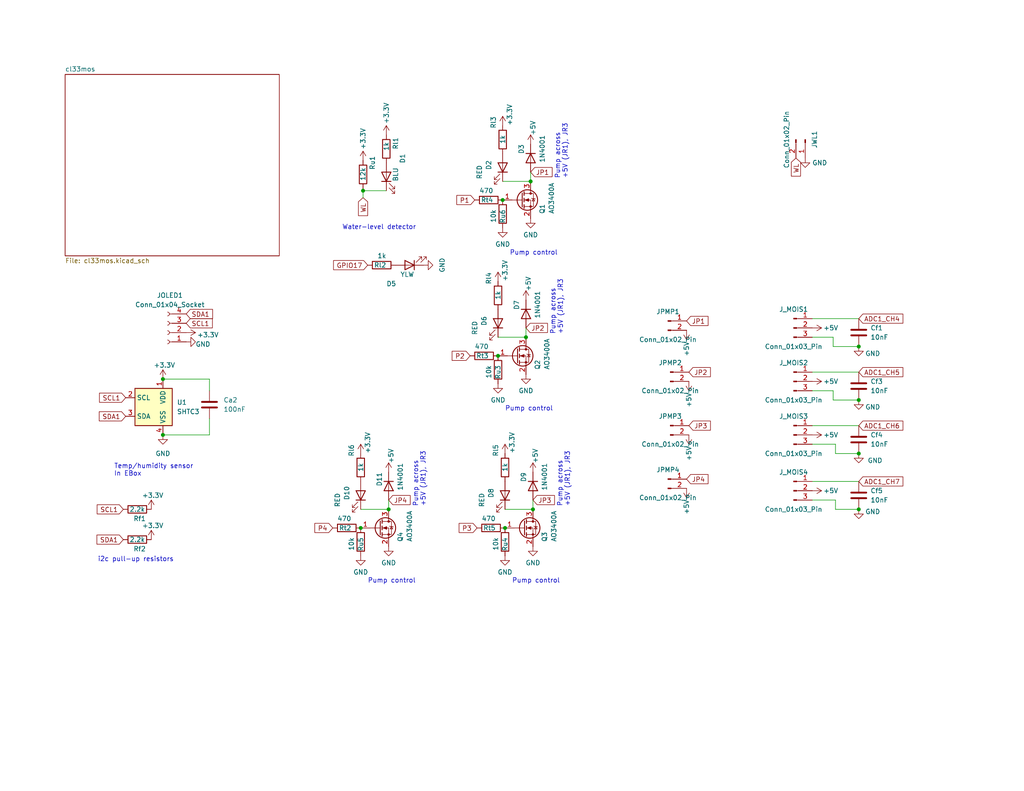
<source format=kicad_sch>
(kicad_sch (version 20231120) (generator "eeschema") (generator_version "8.0")
  (paper "USLetter")
  (lib_symbols
    (symbol "Connector:Conn_01x02_Pin" (pin_names (offset 1.016) hide)
      (property "Reference" "J" (at 0 2.54 0))
      (property "Value" "Conn_01x02_Pin" (at 0 -5.08 0))
      (symbol "Conn_01x02_Pin_1_1"
        (polyline (pts (xy 1.27 -2.54) (xy 0.8636 -2.54)) (stroke (width 0.1524)))
        (polyline (pts (xy 1.27 0) (xy 0.8636 0)) (stroke (width 0.1524)))
        (rectangle (start 0.8636 -2.413) (end 0 -2.667) (stroke (width 0.1524)) (fill (type outline)))
        (rectangle (start 0.8636 0.127) (end 0 -0.127) (stroke (width 0.1524)) (fill (type outline)))
        (pin passive line (at 5.08 0 180) (length 3.81) (name "Pin_1") (number "1"))
        (pin passive line (at 5.08 -2.54 180) (length 3.81) (name "Pin_2") (number "2"))
      )
    )
    (symbol "Connector:Conn_01x03_Pin" (pin_names (offset 1.016) hide)
      (property "Reference" "J" (at 0 5.08 0))
      (property "Value" "Conn_01x03_Pin" (at 0 -5.08 0))
      (symbol "Conn_01x03_Pin_1_1"
        (polyline (pts (xy 1.27 -2.54) (xy 0.8636 -2.54)) (stroke (width 0.1524)))
        (polyline (pts (xy 1.27 0) (xy 0.8636 0)) (stroke (width 0.1524)))
        (polyline (pts (xy 1.27 2.54) (xy 0.8636 2.54)) (stroke (width 0.1524)))
        (rectangle (start 0.8636 -2.413) (end 0 -2.667) (stroke (width 0.1524)) (fill (type outline)))
        (rectangle (start 0.8636 0.127) (end 0 -0.127) (stroke (width 0.1524)) (fill (type outline)))
        (rectangle (start 0.8636 2.667) (end 0 2.413) (stroke (width 0.1524)) (fill (type outline)))
        (pin passive line (at 5.08 2.54 180) (length 3.81) (name "Pin_1") (number "1"))
        (pin passive line (at 5.08 0 180) (length 3.81) (name "Pin_2") (number "2"))
        (pin passive line (at 5.08 -2.54 180) (length 3.81) (name "Pin_3") (number "3"))
      )
    )
    (symbol "Connector:Conn_01x04_Socket" (pin_names (offset 1.016) hide)
      (property "Reference" "J" (at 0 5.08 0))
      (property "Value" "Conn_01x04_Socket" (at 0 -7.62 0))
      (symbol "Conn_01x04_Socket_1_1"
        (arc (start 0 -4.572) (mid -0.5058 -5.08) (end 0 -5.588) (stroke (width 0.1524)))
        (arc (start 0 -2.032) (mid -0.5058 -2.54) (end 0 -3.048) (stroke (width 0.1524)))
        (polyline (pts (xy -1.27 -5.08) (xy -0.508 -5.08)) (stroke (width 0.1524)))
        (polyline (pts (xy -1.27 -2.54) (xy -0.508 -2.54)) (stroke (width 0.1524)))
        (polyline (pts (xy -1.27 0) (xy -0.508 0)) (stroke (width 0.1524)))
        (polyline (pts (xy -1.27 2.54) (xy -0.508 2.54)) (stroke (width 0.1524)))
        (arc (start 0 0.508) (mid -0.5058 0) (end 0 -0.508) (stroke (width 0.1524)))
        (arc (start 0 3.048) (mid -0.5058 2.54) (end 0 2.032) (stroke (width 0.1524)))
        (pin passive line (at -5.08 2.54 0) (length 3.81) (name "Pin_1") (number "1"))
        (pin passive line (at -5.08 0 0) (length 3.81) (name "Pin_2") (number "2"))
        (pin passive line (at -5.08 -2.54 0) (length 3.81) (name "Pin_3") (number "3"))
        (pin passive line (at -5.08 -5.08 0) (length 3.81) (name "Pin_4") (number "4"))
      )
    )
    (symbol "Device:C" (pin_numbers hide) (pin_names (offset 0.254))
      (property "Reference" "C" (at 0.635 2.54 0))
      (property "Value" "C" (at 0.635 -2.54 0))
      (symbol "C_0_1"
        (polyline (pts (xy -2.032 -0.762) (xy 2.032 -0.762)) (stroke (width 0.508)))
        (polyline (pts (xy -2.032 0.762) (xy 2.032 0.762)) (stroke (width 0.508)))
      )
      (symbol "C_1_1"
        (pin passive line (at 0 3.81 270) (length 2.794) (name "~") (number "1"))
        (pin passive line (at 0 -3.81 90) (length 2.794) (name "~") (number "2"))
      )
    )
    (symbol "Device:LED" (pin_numbers hide) (pin_names (offset 1.016) hide)
      (property "Reference" "D" (at 0 2.54 0))
      (property "Value" "LED" (at 0 -2.54 0))
      (symbol "LED_0_1"
        (polyline (pts (xy -1.27 -1.27) (xy -1.27 1.27)) (stroke (width 0.254)))
        (polyline (pts (xy -1.27 0) (xy 1.27 0)))
        (polyline (pts (xy 1.27 -1.27) (xy 1.27 1.27) (xy -1.27 0) (xy 1.27 -1.27)) (stroke (width 0.254)))
        (polyline (pts (xy -3.048 -0.762) (xy -4.572 -2.286) (xy -3.81 -2.286) (xy -4.572 -2.286) (xy -4.572 -1.524)))
        (polyline (pts (xy -1.778 -0.762) (xy -3.302 -2.286) (xy -2.54 -2.286) (xy -3.302 -2.286) (xy -3.302 -1.524)))
      )
      (symbol "LED_1_1"
        (pin passive line (at -3.81 0 0) (length 2.54) (name "K") (number "1"))
        (pin passive line (at 3.81 0 180) (length 2.54) (name "A") (number "2"))
      )
    )
    (symbol "Device:R" (pin_numbers hide) (pin_names (offset 0))
      (property "Reference" "R" (at 2.032 0 90))
      (property "Value" "R" (at 0 0 90))
      (symbol "R_0_1"
        (rectangle (start -1.016 -2.54) (end 1.016 2.54) (stroke (width 0.254)))
      )
      (symbol "R_1_1"
        (pin passive line (at 0 3.81 270) (length 1.27) (name "~") (number "1"))
        (pin passive line (at 0 -3.81 90) (length 1.27) (name "~") (number "2"))
      )
    )
    (symbol "Diode:1N4001" (pin_numbers hide) (pin_names hide)
      (property "Reference" "D" (at 0 2.54 0))
      (property "Value" "1N4001" (at 0 -2.54 0))
      (symbol "1N4001_0_1"
        (polyline (pts (xy -1.27 1.27) (xy -1.27 -1.27)) (stroke (width 0.254)))
        (polyline (pts (xy 1.27 0) (xy -1.27 0)))
        (polyline (pts (xy 1.27 1.27) (xy 1.27 -1.27) (xy -1.27 0) (xy 1.27 1.27)) (stroke (width 0.254)))
      )
      (symbol "1N4001_1_1"
        (pin passive line (at -3.81 0 0) (length 2.54) (name "K") (number "1"))
        (pin passive line (at 3.81 0 180) (length 2.54) (name "A") (number "2"))
      )
    )
    (symbol "Sensor_Humidity:SHTC3"
      (property "Reference" "U" (at -3.81 6.35 0))
      (property "Value" "SHTC3" (at -2.54 -6.35 0))
      (symbol "SHTC3_1_1"
        (rectangle (start -5.08 5.08) (end 5.08 -5.08) (stroke (width 0.254)) (fill (type background)))
        (pin power_in line (at 2.54 7.62 270) (length 2.54) (name "VDD") (number "1"))
        (pin input line (at -7.62 2.54 0) (length 2.54) (name "SCL") (number "2"))
        (pin bidirectional line (at -7.62 -2.54 0) (length 2.54) (name "SDA") (number "3"))
        (pin power_in line (at 2.54 -7.62 90) (length 2.54) (name "VSS") (number "4"))
        (pin no_connect line (at 5.08 0 180) (length 2.54) hide (name "NC") (number "5"))
      )
    )
    (symbol "Transistor_FET:AO3400A" (pin_names hide)
      (property "Reference" "Q" (at 5.08 1.905 0))
      (property "Value" "AO3400A" (at 5.08 0 0))
      (symbol "AO3400A_0_1"
        (polyline (pts (xy 0.254 0) (xy -2.54 0)))
        (polyline (pts (xy 0.254 1.905) (xy 0.254 -1.905)) (stroke (width 0.254)))
        (polyline (pts (xy 0.762 -1.27) (xy 0.762 -2.286)) (stroke (width 0.254)))
        (polyline (pts (xy 0.762 0.508) (xy 0.762 -0.508)) (stroke (width 0.254)))
        (polyline (pts (xy 0.762 2.286) (xy 0.762 1.27)) (stroke (width 0.254)))
        (polyline (pts (xy 2.54 2.54) (xy 2.54 1.778)))
        (polyline (pts (xy 2.54 -2.54) (xy 2.54 0) (xy 0.762 0)))
        (polyline (pts (xy 0.762 -1.778) (xy 3.302 -1.778) (xy 3.302 1.778) (xy 0.762 1.778)))
        (polyline (pts (xy 1.016 0) (xy 2.032 0.381) (xy 2.032 -0.381) (xy 1.016 0)) (fill (type outline)))
        (polyline (pts (xy 2.794 0.508) (xy 2.921 0.381) (xy 3.683 0.381) (xy 3.81 0.254)))
        (polyline (pts (xy 3.302 0.381) (xy 2.921 -0.254) (xy 3.683 -0.254) (xy 3.302 0.381)))
        (circle (center 1.651 0) (radius 2.794) (stroke (width 0.254)))
        (circle (center 2.54 -1.778) (radius 0.254) (fill (type outline)))
        (circle (center 2.54 1.778) (radius 0.254) (fill (type outline)))
      )
      (symbol "AO3400A_1_1"
        (pin input line (at -5.08 0 0) (length 2.54) (name "G") (number "1"))
        (pin passive line (at 2.54 -5.08 90) (length 2.54) (name "S") (number "2"))
        (pin passive line (at 2.54 5.08 270) (length 2.54) (name "D") (number "3"))
      )
    )
    (symbol "power:+3.3V" (power) (pin_names (offset 0))
      (property "Value" "+3.3V" (at 0 3.556 0))
      (symbol "+3.3V_0_1"
        (polyline (pts (xy -0.762 1.27) (xy 0 2.54)))
        (polyline (pts (xy 0 0) (xy 0 2.54)))
        (polyline (pts (xy 0 2.54) (xy 0.762 1.27)))
      )
      (symbol "+3.3V_1_1"
        (pin power_in line (at 0 0 90) (length 0) hide (name "+3.3V") (number "1"))
      )
    )
    (symbol "power:+5V" (power) (pin_names (offset 0))
      (property "Value" "+5V" (at 0 3.556 0))
      (symbol "+5V_0_1"
        (polyline (pts (xy -0.762 1.27) (xy 0 2.54)))
        (polyline (pts (xy 0 0) (xy 0 2.54)))
        (polyline (pts (xy 0 2.54) (xy 0.762 1.27)))
      )
      (symbol "+5V_1_1"
        (pin power_in line (at 0 0 90) (length 0) hide (name "+5V") (number "1"))
      )
    )
    (symbol "power:GND" (power) (pin_names (offset 0))
      (property "Value" "GND" (at 0 -3.81 0))
      (symbol "GND_0_1"
        (polyline (pts (xy 0 0) (xy 0 -1.27) (xy 1.27 -1.27) (xy 0 -2.54) (xy -1.27 -1.27) (xy 0 -1.27)))
      )
      (symbol "GND_1_1"
        (pin power_in line (at 0 0 270) (length 0) hide (name "GND") (number "1"))
      )
    )
  )
  (junction (at 234.315 94.615))
  (junction (at 137.16 54.61))
  (junction (at 135.89 97.155))
  (junction (at 98.425 144.145))
  (junction (at 143.51 92.075))
  (junction (at 44.45 103.505))
  (junction (at 99.06 52.07))
  (junction (at 144.78 49.53))
  (junction (at 145.415 139.065))
  (junction (at 234.315 109.22))
  (junction (at 234.315 123.825))
  (junction (at 234.315 139.065))
  (junction (at 137.795 144.145))
  (junction (at 44.45 118.745))
  (junction (at 106.045 139.065))
  (wire (pts (xy 143.51 89.535) (xy 143.51 92.075)))
  (wire (pts (xy 221.615 101.6) (xy 234.315 101.6)))
  (wire (pts (xy 221.615 136.525) (xy 227.965 136.525)))
  (wire (pts (xy 57.15 114.3) (xy 57.15 118.745)))
  (wire (pts (xy 137.16 49.53) (xy 144.78 49.53)))
  (wire (pts (xy 227.33 94.615) (xy 234.315 94.615)))
  (wire (pts (xy 227.33 92.075) (xy 227.33 94.615)))
  (wire (pts (xy 144.78 49.53) (xy 144.78 50.165)))
  (wire (pts (xy 221.615 116.205) (xy 234.315 116.205)))
  (wire (pts (xy 98.425 139.065) (xy 106.045 139.065)))
  (wire (pts (xy 106.045 139.065) (xy 106.045 139.7)))
  (wire (pts (xy 57.15 103.505) (xy 44.45 103.505)))
  (wire (pts (xy 99.06 51.435) (xy 99.06 52.07)))
  (wire (pts (xy 57.15 118.745) (xy 44.45 118.745)))
  (wire (pts (xy 99.06 52.07) (xy 99.06 53.975)))
  (wire (pts (xy 227.965 123.825) (xy 234.315 123.825)))
  (wire (pts (xy 227.965 121.285) (xy 227.965 123.825)))
  (wire (pts (xy 227.965 139.065) (xy 234.315 139.065)))
  (wire (pts (xy 144.78 46.99) (xy 144.78 49.53)))
  (wire (pts (xy 57.15 106.68) (xy 57.15 103.505)))
  (wire (pts (xy 145.415 139.065) (xy 145.415 139.7)))
  (wire (pts (xy 143.51 92.075) (xy 143.51 92.71)))
  (wire (pts (xy 137.795 139.065) (xy 145.415 139.065)))
  (wire (pts (xy 135.89 92.075) (xy 143.51 92.075)))
  (wire (pts (xy 221.615 131.445) (xy 234.315 131.445)))
  (wire (pts (xy 221.615 121.285) (xy 227.965 121.285)))
  (wire (pts (xy 234.315 86.995) (xy 221.615 86.995)))
  (wire (pts (xy 106.045 136.525) (xy 106.045 139.065)))
  (wire (pts (xy 99.06 52.07) (xy 105.41 52.07)))
  (wire (pts (xy 227.965 136.525) (xy 227.965 139.065)))
  (wire (pts (xy 221.615 92.075) (xy 227.33 92.075)))
  (wire (pts (xy 221.615 106.68) (xy 227.33 106.68)))
  (wire (pts (xy 227.33 109.22) (xy 234.315 109.22)))
  (wire (pts (xy 145.415 136.525) (xy 145.415 139.065)))
  (wire (pts (xy 227.33 106.68) (xy 227.33 109.22)))
  (text "i2c pull-up resistors\n	" (at 26.67 155.575 0) (effects (font (size 1.27 1.27)) (justify left bottom)))
  (text "Pump control" (at 137.795 112.395 0) (effects (font (size 1.27 1.27)) (justify left bottom)))
  (text "Pump across\n+5V (JR1), JR3" (at 155.575 138.43 90) (effects (font (size 1.27 1.27)) (justify left bottom)))
  (text "Water-level detector" (at 93.345 62.865 0) (effects (font (size 1.27 1.27)) (justify left bottom)))
  (text "Pump across\n+5V (JR1), JR3" (at 116.205 138.43 90) (effects (font (size 1.27 1.27)) (justify left bottom)))
  (text "Pump control" (at 139.065 69.85 0) (effects (font (size 1.27 1.27)) (justify left bottom)))
  (text "Pump across\n+5V (JR1), JR3" (at 154.94 48.895 90) (effects (font (size 1.27 1.27)) (justify left bottom)))
  (text "Temp/humidity sensor\nIn EBox" (at 31.115 130.175 0) (effects (font (size 1.27 1.27)) (justify left bottom)))
  (text "Pump across\n+5V (JR1), JR3" (at 153.67 91.44 90) (effects (font (size 1.27 1.27)) (justify left bottom)))
  (text "Pump control" (at 100.33 159.385 0) (effects (font (size 1.27 1.27)) (justify left bottom)))
  (text "Pump control" (at 139.7 159.385 0) (effects (font (size 1.27 1.27)) (justify left bottom)))
  (global_label "JP4" (shape input) (at 187.325 130.81 0) (property "Intersheetrefs" "${INTERSHEET_REFS}" (effects (hide yes))))
  (global_label "JP1" (shape input) (at 187.325 87.63 0) (property "Intersheetrefs" "${INTERSHEET_REFS}" (effects (hide yes))))
  (global_label "JP4" (shape input) (at 106.045 136.525 0) (property "Intersheetrefs" "${INTERSHEET_REFS}" (effects (hide yes))))
  (global_label "GPIO17" (shape input) (at 100.33 72.39 180) (property "Intersheetrefs" "${INTERSHEET_REFS}" (effects (hide yes))))
  (global_label "JP3" (shape input) (at 145.415 136.525 0) (property "Intersheetrefs" "${INTERSHEET_REFS}" (effects (hide yes))))
  (global_label "P1" (shape input) (at 129.54 54.61 180) (property "Intersheetrefs" "${INTERSHEET_REFS}" (effects (hide yes))))
  (global_label "SDA1" (shape input) (at 34.29 113.665 180) (property "Intersheetrefs" "${INTERSHEET_REFS}" (effects (hide yes))))
  (global_label "JP1" (shape input) (at 144.78 46.99 0) (property "Intersheetrefs" "${INTERSHEET_REFS}" (effects (hide yes))))
  (global_label "SDA1" (shape input) (at 50.8 85.725 0) (property "Intersheetrefs" "${INTERSHEET_REFS}" (effects (hide yes))))
  (global_label "JP3" (shape input) (at 187.96 116.205 0) (property "Intersheetrefs" "${INTERSHEET_REFS}" (effects (hide yes))))
  (global_label "ADC1_CH4" (shape input) (at 234.315 86.995 0) (property "Intersheetrefs" "${INTERSHEET_REFS}" (effects (hide yes))))
  (global_label "P2" (shape input) (at 128.27 97.155 180) (property "Intersheetrefs" "${INTERSHEET_REFS}" (effects (hide yes))))
  (global_label "JP2" (shape input) (at 187.96 101.6 0) (property "Intersheetrefs" "${INTERSHEET_REFS}" (effects (hide yes))))
  (global_label "P4" (shape input) (at 90.805 144.145 180) (property "Intersheetrefs" "${INTERSHEET_REFS}" (effects (hide yes))))
  (global_label "WL" (shape input) (at 217.17 43.18 270) (property "Intersheetrefs" "${INTERSHEET_REFS}" (effects (hide yes))))
  (global_label "SCL1" (shape input) (at 50.8 88.265 0) (property "Intersheetrefs" "${INTERSHEET_REFS}" (effects (hide yes))))
  (global_label "P3" (shape input) (at 130.175 144.145 180) (property "Intersheetrefs" "${INTERSHEET_REFS}" (effects (hide yes))))
  (global_label "SCL1" (shape input) (at 33.655 139.065 180) (property "Intersheetrefs" "${INTERSHEET_REFS}" (effects (hide yes))))
  (global_label "SDA1" (shape input) (at 33.655 147.32 180) (property "Intersheetrefs" "${INTERSHEET_REFS}" (effects (hide yes))))
  (global_label "WL" (shape input) (at 99.06 53.975 270) (property "Intersheetrefs" "${INTERSHEET_REFS}" (effects (hide yes))))
  (global_label "ADC1_CH5" (shape input) (at 234.315 101.6 0) (property "Intersheetrefs" "${INTERSHEET_REFS}" (effects (hide yes))))
  (global_label "ADC1_CH6" (shape input) (at 234.315 116.205 0) (property "Intersheetrefs" "${INTERSHEET_REFS}" (effects (hide yes))))
  (global_label "ADC1_CH7" (shape input) (at 234.315 131.445 0) (property "Intersheetrefs" "${INTERSHEET_REFS}" (effects (hide yes))))
  (global_label "SCL1" (shape input) (at 34.29 108.585 180) (property "Intersheetrefs" "${INTERSHEET_REFS}" (effects (hide yes))))
  (global_label "JP2" (shape input) (at 143.51 89.535 0) (property "Intersheetrefs" "${INTERSHEET_REFS}" (effects (hide yes))))
  (symbol (lib_id "Device:R") (at 137.795 127.635 180) (unit 1)
    (property "Reference" "Rl5" (at 135.255 121.285 90) (effects (justify left)))
    (property "Value" "1k" (at 137.795 126.365 90) (effects (justify left)))
    (property "Footprint" "Resistor_SMD:R_0603_1608Metric" (effects (hide yes)))
  )
  (symbol (lib_id "power:GND") (at 106.045 149.225 0) (mirror y) (unit 1)
    (property "Reference" "#PWR020" (effects (hide yes)))
    (property "Value" "GND" (at 106.045 153.67 0))
  )
  (symbol (lib_id "power:GND") (at 115.57 72.39 90) (unit 1)
    (property "Reference" "#PWR0115" (effects (hide yes)))
    (property "Value" "GND" (at 120.65 72.39 0))
  )
  (symbol (lib_id "power:GND") (at 219.71 43.18 0) (unit 1)
    (property "Reference" "#PWR0111" (effects (hide yes)))
    (property "Value" "GND" (at 221.615 44.4499 0) (effects (justify left)))
  )
  (symbol (lib_id "Connector:Conn_01x02_Pin") (at 182.88 116.205 0) (unit 1)
    (property "Reference" "JPMP3" (at 182.88 113.665 0))
    (property "Value" "Conn_01x02_Pin" (at 182.88 121.285 0))
    (property "Footprint" "Connector_JST:JST_XH_B2B-XH-A_1x02_P2.50mm_Vertical" (effects (hide yes)))
  )
  (symbol (lib_id "Device:LED") (at 105.41 48.26 90) (unit 1)
    (property "Reference" "D1" (at 109.855 41.91 0) (effects (justify right)))
    (property "Value" "BLU" (at 107.95 45.72 0) (effects (justify right)))
    (property "Footprint" "LED_SMD:LED_0603_1608Metric" (effects (hide yes)))
  )
  (symbol (lib_id "Diode:1N4001") (at 145.415 132.715 270) (unit 1)
    (property "Reference" "D9" (at 142.875 128.905 0) (effects (justify left)))
    (property "Value" "1N4001" (at 148.59 126.365 0) (effects (justify left)))
    (property "Footprint" "Diode_SMD:D_SMA" (effects (hide yes)))
    (property "Datasheet" "http://www.vishay.com/docs/88503/1n4001.pdf" (effects (hide yes)))
    (property "Sim.Device" "D" (effects (hide yes)))
    (property "Sim.Pins" "1=K 2=A" (effects (hide yes)))
  )
  (symbol (lib_id "power:+3.3V") (at 105.41 36.83 0) (unit 1)
    (property "Reference" "#PWR0105" (effects (hide yes)))
    (property "Value" "+3.3V" (at 105.41 27.94 90) (effects (justify right)))
  )
  (symbol (lib_id "Device:C") (at 234.315 135.255 180) (unit 1)
    (property "Reference" "Cf5" (at 237.49 133.985 0) (effects (justify right)))
    (property "Value" "10nF" (at 237.49 136.525 0) (effects (justify right)))
    (property "Footprint" "Capacitor_SMD:C_0603_1608Metric_Pad1.08x0.95mm_HandSolder" (effects (hide yes)))
  )
  (symbol (lib_id "power:+3.3V") (at 99.06 43.815 0) (unit 1)
    (property "Reference" "#PWR0106" (effects (hide yes)))
    (property "Value" "+3.3V" (at 99.06 34.925 90) (effects (justify right)))
  )
  (symbol (lib_id "Diode:1N4001") (at 144.78 43.18 270) (unit 1)
    (property "Reference" "D3" (at 142.24 39.37 0) (effects (justify left)))
    (property "Value" "1N4001" (at 147.955 36.83 0) (effects (justify left)))
    (property "Footprint" "Diode_SMD:D_SMA" (effects (hide yes)))
    (property "Datasheet" "http://www.vishay.com/docs/88503/1n4001.pdf" (effects (hide yes)))
    (property "Sim.Device" "D" (effects (hide yes)))
    (property "Sim.Pins" "1=K 2=A" (effects (hide yes)))
  )
  (symbol (lib_id "power:+3.3V") (at 135.89 76.835 0) (unit 1)
    (property "Reference" "#PWR012" (effects (hide yes)))
    (property "Value" "+3.3V" (at 137.795 76.835 90) (effects (justify left)))
  )
  (symbol (lib_id "power:+5V") (at 187.96 118.745 180) (unit 1)
    (property "Reference" "#PWR010" (effects (hide yes)))
    (property "Value" "+5V" (at 187.96 123.825 90))
  )
  (symbol (lib_id "Device:R") (at 137.795 147.955 180) (unit 1)
    (property "Reference" "Ru4" (at 137.795 146.685 90) (effects (justify left)))
    (property "Value" "10k" (at 135.255 146.6851 90) (effects (justify left)))
    (property "Footprint" "Resistor_SMD:R_0603_1608Metric" (effects (hide yes)))
  )
  (symbol (lib_id "power:+3.3V") (at 41.275 139.065 0) (unit 1)
    (property "Reference" "#PWR01" (effects (hide yes)))
    (property "Value" "+3.3V" (at 38.735 135.255 0) (effects (justify left)))
  )
  (symbol (lib_id "power:GND") (at 135.89 104.775 0) (mirror y) (unit 1)
    (property "Reference" "#PWR022" (effects (hide yes)))
    (property "Value" "GND" (at 135.89 109.22 0))
  )
  (symbol (lib_id "power:GND") (at 234.315 139.065 0) (unit 1)
    (property "Reference" "#PWR08" (effects (hide yes)))
    (property "Value" "GND" (at 238.125 139.7 0))
  )
  (symbol (lib_id "Connector:Conn_01x02_Pin") (at 182.245 87.63 0) (unit 1)
    (property "Reference" "JPMP1" (at 182.245 85.09 0))
    (property "Value" "Conn_01x02_Pin" (at 182.245 92.71 0))
    (property "Footprint" "Connector_JST:JST_XH_B2B-XH-A_1x02_P2.50mm_Vertical" (effects (hide yes)))
  )
  (symbol (lib_id "power:+5V") (at 221.615 89.535 270) (unit 1)
    (property "Reference" "#PWR0108" (effects (hide yes)))
    (property "Value" "+5V" (at 226.695 89.535 90))
  )
  (symbol (lib_id "Connector:Conn_01x04_Socket") (at 45.72 90.805 180) (unit 1)
    (property "Reference" "JOLED1" (at 46.355 80.645 0))
    (property "Value" "Conn_01x04_Socket" (at 46.355 83.185 0))
    (property "Footprint" "Connector_PinSocket_2.54mm:PinSocket_1x04_P2.54mm_Vertical" (effects (hide yes)))
  )
  (symbol (lib_id "Device:LED") (at 135.89 88.265 270) (mirror x) (unit 1)
    (property "Reference" "D6" (at 132.08 87.63 0))
    (property "Value" "RED" (at 129.54 89.535 0))
    (property "Footprint" "LED_SMD:LED_0603_1608Metric" (effects (hide yes)))
  )
  (symbol (lib_id "Transistor_FET:AO3400A") (at 103.505 144.145 0) (unit 1)
    (property "Reference" "Q4" (at 109.22 147.955 90) (effects (justify left)))
    (property "Value" "AO3400A" (at 111.76 147.955 90) (effects (justify left)))
    (property "Footprint" "Package_TO_SOT_SMD:SOT-23" (effects (hide yes)))
    (property "Datasheet" "http://www.aosmd.com/pdfs/datasheet/AO3400A.pdf" (effects (hide yes)))
  )
  (symbol (lib_id "Device:C") (at 234.315 120.015 180) (unit 1)
    (property "Reference" "Cf4" (at 237.49 118.745 0) (effects (justify right)))
    (property "Value" "10nF" (at 237.49 121.285 0) (effects (justify right)))
    (property "Footprint" "Capacitor_SMD:C_0603_1608Metric_Pad1.08x0.95mm_HandSolder" (effects (hide yes)))
  )
  (symbol (lib_id "power:GND") (at 144.78 59.69 0) (mirror y) (unit 1)
    (property "Reference" "#PWR0114" (effects (hide yes)))
    (property "Value" "GND" (at 144.78 64.135 0))
  )
  (symbol (lib_id "Diode:1N4001") (at 106.045 132.715 270) (unit 1)
    (property "Reference" "D11" (at 103.505 128.905 0) (effects (justify left)))
    (property "Value" "1N4001" (at 109.22 126.365 0) (effects (justify left)))
    (property "Footprint" "Diode_SMD:D_SMA" (effects (hide yes)))
    (property "Datasheet" "http://www.vishay.com/docs/88503/1n4001.pdf" (effects (hide yes)))
    (property "Sim.Device" "D" (effects (hide yes)))
    (property "Sim.Pins" "1=K 2=A" (effects (hide yes)))
  )
  (symbol (lib_id "Transistor_FET:AO3400A") (at 142.24 54.61 0) (unit 1)
    (property "Reference" "Q1" (at 147.955 58.42 90) (effects (justify left)))
    (property "Value" "AO3400A" (at 150.495 58.42 90) (effects (justify left)))
    (property "Footprint" "Package_TO_SOT_SMD:SOT-23" (effects (hide yes)))
    (property "Datasheet" "http://www.aosmd.com/pdfs/datasheet/AO3400A.pdf" (effects (hide yes)))
  )
  (symbol (lib_id "Diode:1N4001") (at 143.51 85.725 270) (unit 1)
    (property "Reference" "D7" (at 140.97 81.915 0) (effects (justify left)))
    (property "Value" "1N4001" (at 146.685 79.375 0) (effects (justify left)))
    (property "Footprint" "Diode_SMD:D_SMA" (effects (hide yes)))
    (property "Datasheet" "http://www.vishay.com/docs/88503/1n4001.pdf" (effects (hide yes)))
    (property "Sim.Device" "D" (effects (hide yes)))
    (property "Sim.Pins" "1=K 2=A" (effects (hide yes)))
  )
  (symbol (lib_id "Device:R") (at 98.425 127.635 180) (unit 1)
    (property "Reference" "Rl6" (at 95.885 121.285 90) (effects (justify left)))
    (property "Value" "1k" (at 98.425 126.365 90) (effects (justify left)))
    (property "Footprint" "Resistor_SMD:R_0603_1608Metric" (effects (hide yes)))
  )
  (symbol (lib_id "power:GND") (at 44.45 118.745 0) (unit 1)
    (property "Reference" "#PWR0104" (effects (hide yes)))
    (property "Value" "GND" (at 44.45 123.825 0))
  )
  (symbol (lib_id "Device:R") (at 135.89 100.965 180) (unit 1)
    (property "Reference" "Ru3" (at 135.89 99.695 90) (effects (justify left)))
    (property "Value" "10k" (at 133.35 99.6951 90) (effects (justify left)))
    (property "Footprint" "Resistor_SMD:R_0603_1608Metric" (effects (hide yes)))
  )
  (symbol (lib_id "Device:R") (at 94.615 144.145 90) (unit 1)
    (property "Reference" "Rt2" (at 95.885 144.145 90) (effects (justify left)))
    (property "Value" "470" (at 95.8849 141.605 90) (effects (justify left)))
    (property "Footprint" "Resistor_SMD:R_0603_1608Metric" (effects (hide yes)))
  )
  (symbol (lib_id "power:+5V") (at 106.045 128.905 0) (unit 1)
    (property "Reference" "#PWR019" (effects (hide yes)))
    (property "Value" "+5V" (at 106.68 124.46 90))
  )
  (symbol (lib_id "power:+5V") (at 221.615 133.985 270) (unit 1)
    (property "Reference" "#PWR07" (effects (hide yes)))
    (property "Value" "+5V" (at 226.695 133.985 90))
  )
  (symbol (lib_id "Connector:Conn_01x02_Pin") (at 219.71 38.1 270) (unit 1)
    (property "Reference" "JWL1" (at 222.25 38.1 0))
    (property "Value" "Conn_01x02_Pin" (at 214.63 38.1 0))
    (property "Footprint" "Connector_JST:JST_XH_B2B-XH-A_1x02_P2.50mm_Vertical" (effects (hide yes)))
  )
  (symbol (lib_id "Device:R") (at 133.35 54.61 90) (unit 1)
    (property "Reference" "Rt4" (at 134.62 54.61 90) (effects (justify left)))
    (property "Value" "470" (at 134.6199 52.07 90) (effects (justify left)))
    (property "Footprint" "Resistor_SMD:R_0603_1608Metric" (effects (hide yes)))
  )
  (symbol (lib_id "Device:R") (at 98.425 147.955 180) (unit 1)
    (property "Reference" "Ru5" (at 98.425 146.685 90) (effects (justify left)))
    (property "Value" "10k" (at 95.885 146.6851 90) (effects (justify left)))
    (property "Footprint" "Resistor_SMD:R_0603_1608Metric" (effects (hide yes)))
  )
  (symbol (lib_id "Connector:Conn_01x03_Pin") (at 216.535 104.14 0) (unit 1)
    (property "Reference" "J_MOIS2" (at 216.535 99.06 0))
    (property "Value" "Conn_01x03_Pin" (at 216.535 109.22 0))
    (property "Footprint" "Connector_JST:JST_XH_B3B-XH-A_1x03_P2.50mm_Vertical" (effects (hide yes)))
  )
  (symbol (lib_id "power:GND") (at 234.315 123.825 0) (unit 1)
    (property "Reference" "#PWR06" (effects (hide yes)))
    (property "Value" "GND" (at 238.76 125.73 0))
  )
  (symbol (lib_id "power:+5V") (at 144.78 39.37 0) (unit 1)
    (property "Reference" "#PWR0112" (effects (hide yes)))
    (property "Value" "+5V" (at 145.415 34.925 90))
  )
  (symbol (lib_id "power:+5V") (at 143.51 81.915 0) (unit 1)
    (property "Reference" "#PWR013" (effects (hide yes)))
    (property "Value" "+5V" (at 144.145 77.47 90))
  )
  (symbol (lib_id "Connector:Conn_01x03_Pin") (at 216.535 133.985 0) (unit 1)
    (property "Reference" "J_MOIS4" (at 216.535 128.905 0))
    (property "Value" "Conn_01x03_Pin" (at 216.535 139.065 0))
    (property "Footprint" "Connector_JST:JST_XH_B3B-XH-A_1x03_P2.50mm_Vertical" (effects (hide yes)))
  )
  (symbol (lib_id "Connector:Conn_01x02_Pin") (at 182.245 130.81 0) (unit 1)
    (property "Reference" "JPMP4" (at 182.245 128.27 0))
    (property "Value" "Conn_01x02_Pin" (at 182.245 135.89 0))
    (property "Footprint" "Connector_JST:JST_XH_B2B-XH-A_1x02_P2.50mm_Vertical" (effects (hide yes)))
  )
  (symbol (lib_id "Transistor_FET:AO3400A") (at 140.97 97.155 0) (unit 1)
    (property "Reference" "Q2" (at 146.685 100.965 90) (effects (justify left)))
    (property "Value" "AO3400A" (at 149.225 100.965 90) (effects (justify left)))
    (property "Footprint" "Package_TO_SOT_SMD:SOT-23" (effects (hide yes)))
    (property "Datasheet" "http://www.aosmd.com/pdfs/datasheet/AO3400A.pdf" (effects (hide yes)))
  )
  (symbol (lib_id "Device:C") (at 57.15 110.49 0) (unit 1)
    (property "Reference" "Ca2" (at 60.96 109.2199 0) (effects (justify left)))
    (property "Value" "100nF" (at 60.96 111.7599 0) (effects (justify left)))
    (property "Footprint" "Capacitor_SMD:C_0603_1608Metric" (effects (hide yes)))
  )
  (symbol (lib_id "Sensor_Humidity:SHTC3") (at 41.91 111.125 0) (unit 1)
    (property "Reference" "U1" (at 48.26 109.8549 0) (effects (justify left)))
    (property "Value" "SHTC3" (at 48.26 112.3949 0) (effects (justify left)))
    (property "Footprint" "Sensor_Humidity:Sensirion_DFN-4-1EP_2x2mm_P1mm_EP0.7x1.6mm" (effects (hide yes)))
    (property "Datasheet" "https://www.sensirion.com/fileadmin/user_upload/customers/sensirion/Dokumente/0_Datasheets/Humidity/Sensirion_Humidity_Sensors_SHTC3_Datasheet.pdf" (effects (hide yes)))
  )
  (symbol (lib_id "Device:LED") (at 137.16 45.72 270) (mirror x) (unit 1)
    (property "Reference" "D2" (at 133.35 45.085 0))
    (property "Value" "RED" (at 130.81 46.99 0))
    (property "Footprint" "LED_SMD:LED_0603_1608Metric" (effects (hide yes)))
  )
  (symbol (lib_id "power:+3.3V") (at 98.425 123.825 0) (unit 1)
    (property "Reference" "#PWR018" (effects (hide yes)))
    (property "Value" "+3.3V" (at 100.33 123.825 90) (effects (justify left)))
  )
  (symbol (lib_id "Connector:Conn_01x02_Pin") (at 182.88 101.6 0) (unit 1)
    (property "Reference" "JPMP2" (at 182.88 99.06 0))
    (property "Value" "Conn_01x02_Pin" (at 182.88 106.68 0))
    (property "Footprint" "Connector_JST:JST_XH_B2B-XH-A_1x02_P2.50mm_Vertical" (effects (hide yes)))
  )
  (symbol (lib_id "power:GND") (at 137.16 62.23 0) (mirror y) (unit 1)
    (property "Reference" "#PWR021" (effects (hide yes)))
    (property "Value" "GND" (at 137.16 66.675 0))
  )
  (symbol (lib_id "power:+5V") (at 221.615 118.745 270) (unit 1)
    (property "Reference" "#PWR05" (effects (hide yes)))
    (property "Value" "+5V" (at 226.695 118.745 90))
  )
  (symbol (lib_id "power:GND") (at 98.425 151.765 0) (mirror y) (unit 1)
    (property "Reference" "#PWR024" (effects (hide yes)))
    (property "Value" "GND" (at 98.425 156.21 0))
  )
  (symbol (lib_id "Device:C") (at 234.315 105.41 180) (unit 1)
    (property "Reference" "Cf3" (at 237.49 104.14 0) (effects (justify right)))
    (property "Value" "10nF" (at 237.49 106.68 0) (effects (justify right)))
    (property "Footprint" "Capacitor_SMD:C_0603_1608Metric_Pad1.08x0.95mm_HandSolder" (effects (hide yes)))
  )
  (symbol (lib_id "Device:R") (at 37.465 147.32 90) (unit 1)
    (property "Reference" "Rf2" (at 38.1 149.86 90))
    (property "Value" "2.2k" (at 37.465 147.32 90))
    (property "Footprint" "Resistor_SMD:R_0603_1608Metric" (effects (hide yes)))
  )
  (symbol (lib_id "Device:R") (at 99.06 47.625 180) (unit 1)
    (property "Reference" "Ru1" (at 101.6 42.545 90) (effects (justify left)))
    (property "Value" "12k" (at 99.06 45.72 90) (effects (justify left)))
    (property "Footprint" "Resistor_SMD:R_0603_1608Metric" (effects (hide yes)))
  )
  (symbol (lib_id "power:+5V") (at 221.615 104.14 270) (unit 1)
    (property "Reference" "#PWR03" (effects (hide yes)))
    (property "Value" "+5V" (at 226.695 104.14 90))
  )
  (symbol (lib_id "Device:LED") (at 98.425 135.255 270) (mirror x) (unit 1)
    (property "Reference" "D10" (at 94.615 134.62 0))
    (property "Value" "RED" (at 92.075 136.525 0))
    (property "Footprint" "LED_SMD:LED_0603_1608Metric" (effects (hide yes)))
  )
  (symbol (lib_id "Transistor_FET:AO3400A") (at 142.875 144.145 0) (unit 1)
    (property "Reference" "Q3" (at 148.59 147.955 90) (effects (justify left)))
    (property "Value" "AO3400A" (at 151.13 147.955 90) (effects (justify left)))
    (property "Footprint" "Package_TO_SOT_SMD:SOT-23" (effects (hide yes)))
    (property "Datasheet" "http://www.aosmd.com/pdfs/datasheet/AO3400A.pdf" (effects (hide yes)))
  )
  (symbol (lib_id "power:GND") (at 145.415 149.225 0) (mirror y) (unit 1)
    (property "Reference" "#PWR017" (effects (hide yes)))
    (property "Value" "GND" (at 145.415 153.67 0))
  )
  (symbol (lib_id "power:GND") (at 143.51 102.235 0) (mirror y) (unit 1)
    (property "Reference" "#PWR014" (effects (hide yes)))
    (property "Value" "GND" (at 143.51 106.68 0))
  )
  (symbol (lib_id "Device:R") (at 137.16 38.1 180) (unit 1)
    (property "Reference" "Rl3" (at 134.62 31.75 90) (effects (justify left)))
    (property "Value" "1k" (at 137.16 36.83 90) (effects (justify left)))
    (property "Footprint" "Resistor_SMD:R_0603_1608Metric" (effects (hide yes)))
  )
  (symbol (lib_id "Device:R") (at 105.41 40.64 180) (unit 1)
    (property "Reference" "Rl1" (at 107.95 37.465 90) (effects (justify left)))
    (property "Value" "1k" (at 105.41 38.735 90) (effects (justify left)))
    (property "Footprint" "Resistor_SMD:R_0603_1608Metric" (effects (hide yes)))
  )
  (symbol (lib_id "Device:R") (at 135.89 80.645 180) (unit 1)
    (property "Reference" "Rl4" (at 133.35 74.295 90) (effects (justify left)))
    (property "Value" "1k" (at 135.89 79.375 90) (effects (justify left)))
    (property "Footprint" "Resistor_SMD:R_0603_1608Metric" (effects (hide yes)))
  )
  (symbol (lib_id "power:GND") (at 50.8 93.345 90) (unit 1)
    (property "Reference" "#PWR0103" (effects (hide yes)))
    (property "Value" "GND" (at 53.34 93.98 90) (effects (justify right)))
  )
  (symbol (lib_id "Device:R") (at 132.08 97.155 90) (unit 1)
    (property "Reference" "Rt3" (at 133.35 97.155 90) (effects (justify left)))
    (property "Value" "470" (at 133.3499 94.615 90) (effects (justify left)))
    (property "Footprint" "Resistor_SMD:R_0603_1608Metric" (effects (hide yes)))
  )
  (symbol (lib_id "power:+5V") (at 187.325 133.35 180) (unit 1)
    (property "Reference" "#PWR011" (effects (hide yes)))
    (property "Value" "+5V" (at 187.325 138.43 90))
  )
  (symbol (lib_id "Device:R") (at 133.985 144.145 90) (unit 1)
    (property "Reference" "Rt5" (at 135.255 144.145 90) (effects (justify left)))
    (property "Value" "470" (at 135.2549 141.605 90) (effects (justify left)))
    (property "Footprint" "Resistor_SMD:R_0603_1608Metric" (effects (hide yes)))
  )
  (symbol (lib_id "Device:C") (at 234.315 90.805 180) (unit 1)
    (property "Reference" "Cf1" (at 237.49 89.535 0) (effects (justify right)))
    (property "Value" "10nF" (at 237.49 92.075 0) (effects (justify right)))
    (property "Footprint" "Capacitor_SMD:C_0603_1608Metric_Pad1.08x0.95mm_HandSolder" (effects (hide yes)))
  )
  (symbol (lib_id "Device:R") (at 104.14 72.39 90) (unit 1)
    (property "Reference" "Rl2" (at 105.41 72.39 90) (effects (justify left)))
    (property "Value" "1k" (at 105.4099 69.85 90) (effects (justify left)))
    (property "Footprint" "Resistor_SMD:R_0603_1608Metric" (effects (hide yes)))
  )
  (symbol (lib_id "power:GND") (at 137.795 151.765 0) (mirror y) (unit 1)
    (property "Reference" "#PWR023" (effects (hide yes)))
    (property "Value" "GND" (at 137.795 156.21 0))
  )
  (symbol (lib_id "power:+5V") (at 145.415 128.905 0) (unit 1)
    (property "Reference" "#PWR016" (effects (hide yes)))
    (property "Value" "+5V" (at 146.05 124.46 90))
  )
  (symbol (lib_id "Device:LED") (at 137.795 135.255 270) (mirror x) (unit 1)
    (property "Reference" "D8" (at 133.985 134.62 0))
    (property "Value" "RED" (at 131.445 136.525 0))
    (property "Footprint" "LED_SMD:LED_0603_1608Metric" (effects (hide yes)))
  )
  (symbol (lib_id "power:+5V") (at 187.325 90.17 180) (unit 1)
    (property "Reference" "#PWR0110" (effects (hide yes)))
    (property "Value" "+5V" (at 187.325 95.25 90))
  )
  (symbol (lib_id "Device:R") (at 137.16 58.42 180) (unit 1)
    (property "Reference" "Ru6" (at 137.16 57.15 90) (effects (justify left)))
    (property "Value" "10k" (at 134.62 57.1501 90) (effects (justify left)))
    (property "Footprint" "Resistor_SMD:R_0603_1608Metric" (effects (hide yes)))
  )
  (symbol (lib_id "Connector:Conn_01x03_Pin") (at 216.535 118.745 0) (unit 1)
    (property "Reference" "J_MOIS3" (at 216.535 113.665 0))
    (property "Value" "Conn_01x03_Pin" (at 216.535 123.825 0))
    (property "Footprint" "Connector_JST:JST_XH_B3B-XH-A_1x03_P2.50mm_Vertical" (effects (hide yes)))
  )
  (symbol (lib_id "power:+3.3V") (at 41.275 147.32 0) (unit 1)
    (property "Reference" "#PWR02" (effects (hide yes)))
    (property "Value" "+3.3V" (at 38.735 143.51 0) (effects (justify left)))
  )
  (symbol (lib_id "Connector:Conn_01x03_Pin") (at 216.535 89.535 0) (unit 1)
    (property "Reference" "J_MOIS1" (at 216.535 84.455 0))
    (property "Value" "Conn_01x03_Pin" (at 216.535 94.615 0))
    (property "Footprint" "Connector_JST:JST_XH_B3B-XH-A_1x03_P2.50mm_Vertical" (effects (hide yes)))
  )
  (symbol (lib_id "power:+3.3V") (at 50.8 90.805 270) (unit 1)
    (property "Reference" "#PWR0102" (effects (hide yes)))
    (property "Value" "+3.3V" (at 59.69 91.44 90) (effects (justify right)))
  )
  (symbol (lib_id "power:+3.3V") (at 44.45 103.505 0) (unit 1)
    (property "Reference" "#PWR0101" (effects (hide yes)))
    (property "Value" "+3.3V" (at 41.91 99.695 0) (effects (justify left)))
  )
  (symbol (lib_id "power:GND") (at 234.315 109.22 0) (unit 1)
    (property "Reference" "#PWR04" (effects (hide yes)))
    (property "Value" "GND" (at 238.125 111.125 0))
  )
  (symbol (lib_id "power:+3.3V") (at 137.795 123.825 0) (unit 1)
    (property "Reference" "#PWR015" (effects (hide yes)))
    (property "Value" "+3.3V" (at 139.7 123.825 90) (effects (justify left)))
  )
  (symbol (lib_id "Device:LED") (at 111.76 72.39 180) (unit 1)
    (property "Reference" "D5" (at 105.41 77.47 0) (effects (justify right)))
    (property "Value" "YLW" (at 109.22 74.93 0) (effects (justify right)))
    (property "Footprint" "LED_SMD:LED_0603_1608Metric" (effects (hide yes)))
  )
  (symbol (lib_id "power:+3.3V") (at 137.16 34.29 0) (unit 1)
    (property "Reference" "#PWR0113" (effects (hide yes)))
    (property "Value" "+3.3V" (at 139.065 34.29 90) (effects (justify left)))
  )
  (symbol (lib_id "power:GND") (at 234.315 94.615 0) (unit 1)
    (property "Reference" "#PWR0109" (effects (hide yes)))
    (property "Value" "GND" (at 238.125 96.52 0))
  )
  (symbol (lib_id "Device:R") (at 37.465 139.065 90) (unit 1)
    (property "Reference" "Rf1" (at 38.1 141.605 90))
    (property "Value" "2.2k" (at 37.465 139.065 90))
    (property "Footprint" "Resistor_SMD:R_0603_1608Metric" (effects (hide yes)))
  )
  (symbol (lib_id "power:+5V") (at 187.96 104.14 180) (unit 1)
    (property "Reference" "#PWR09" (effects (hide yes)))
    (property "Value" "+5V" (at 187.96 109.22 90))
  )
  (sheet (at 17.78 20.32) (size 58.42 49.53) (stroke (width 0.1524))
    (property "Sheetname" "cl33mos" (at 17.78 19.6084 0) (effects (justify left bottom)))
    (property "Sheetfile" "cl33mos.kicad_sch" (at 17.78 70.4346 0) (effects (justify left top)))
  )
)
</source>
